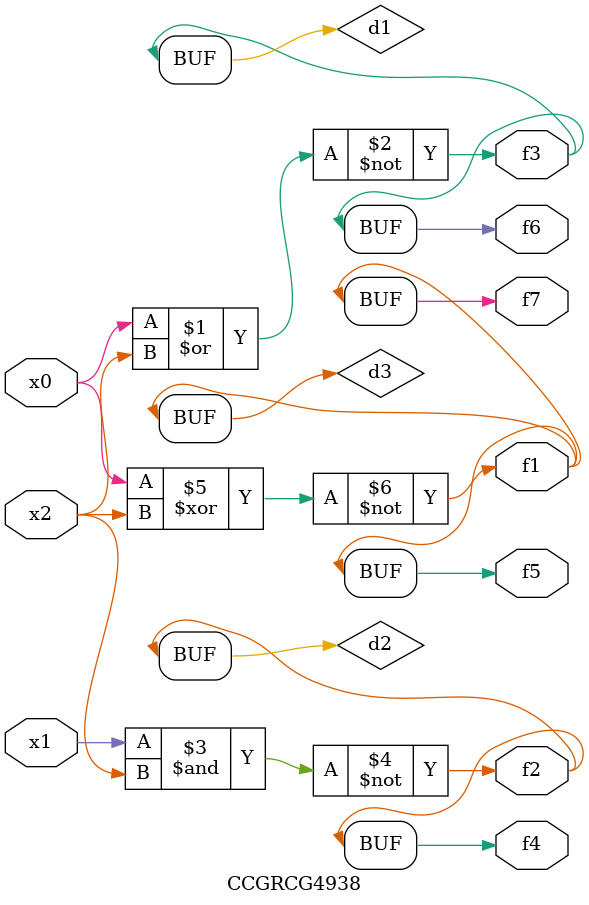
<source format=v>
module CCGRCG4938(
	input x0, x1, x2,
	output f1, f2, f3, f4, f5, f6, f7
);

	wire d1, d2, d3;

	nor (d1, x0, x2);
	nand (d2, x1, x2);
	xnor (d3, x0, x2);
	assign f1 = d3;
	assign f2 = d2;
	assign f3 = d1;
	assign f4 = d2;
	assign f5 = d3;
	assign f6 = d1;
	assign f7 = d3;
endmodule

</source>
